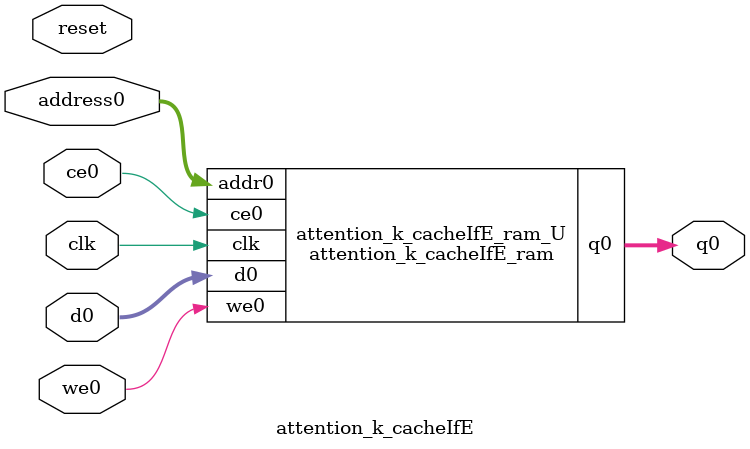
<source format=v>
`timescale 1 ns / 1 ps
module attention_k_cacheIfE_ram (addr0, ce0, d0, we0, q0,  clk);

parameter DWIDTH = 40;
parameter AWIDTH = 4;
parameter MEM_SIZE = 12;

input[AWIDTH-1:0] addr0;
input ce0;
input[DWIDTH-1:0] d0;
input we0;
output reg[DWIDTH-1:0] q0;
input clk;

(* ram_style = "distributed" *)reg [DWIDTH-1:0] ram[0:MEM_SIZE-1];




always @(posedge clk)  
begin 
    if (ce0) begin
        if (we0) 
            ram[addr0] <= d0; 
        q0 <= ram[addr0];
    end
end


endmodule

`timescale 1 ns / 1 ps
module attention_k_cacheIfE(
    reset,
    clk,
    address0,
    ce0,
    we0,
    d0,
    q0);

parameter DataWidth = 32'd40;
parameter AddressRange = 32'd12;
parameter AddressWidth = 32'd4;
input reset;
input clk;
input[AddressWidth - 1:0] address0;
input ce0;
input we0;
input[DataWidth - 1:0] d0;
output[DataWidth - 1:0] q0;



attention_k_cacheIfE_ram attention_k_cacheIfE_ram_U(
    .clk( clk ),
    .addr0( address0 ),
    .ce0( ce0 ),
    .we0( we0 ),
    .d0( d0 ),
    .q0( q0 ));

endmodule


</source>
